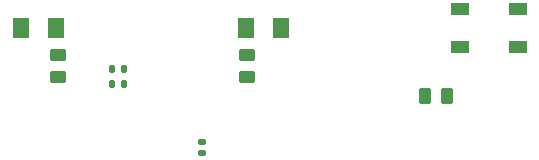
<source format=gbr>
%TF.GenerationSoftware,KiCad,Pcbnew,6.0.6*%
%TF.CreationDate,2022-08-18T10:54:51-04:00*%
%TF.ProjectId,Workeeb,576f726b-6565-4622-9e6b-696361645f70,rev?*%
%TF.SameCoordinates,Original*%
%TF.FileFunction,Paste,Top*%
%TF.FilePolarity,Positive*%
%FSLAX46Y46*%
G04 Gerber Fmt 4.6, Leading zero omitted, Abs format (unit mm)*
G04 Created by KiCad (PCBNEW 6.0.6) date 2022-08-18 10:54:51*
%MOMM*%
%LPD*%
G01*
G04 APERTURE LIST*
G04 Aperture macros list*
%AMRoundRect*
0 Rectangle with rounded corners*
0 $1 Rounding radius*
0 $2 $3 $4 $5 $6 $7 $8 $9 X,Y pos of 4 corners*
0 Add a 4 corners polygon primitive as box body*
4,1,4,$2,$3,$4,$5,$6,$7,$8,$9,$2,$3,0*
0 Add four circle primitives for the rounded corners*
1,1,$1+$1,$2,$3*
1,1,$1+$1,$4,$5*
1,1,$1+$1,$6,$7*
1,1,$1+$1,$8,$9*
0 Add four rect primitives between the rounded corners*
20,1,$1+$1,$2,$3,$4,$5,0*
20,1,$1+$1,$4,$5,$6,$7,0*
20,1,$1+$1,$6,$7,$8,$9,0*
20,1,$1+$1,$8,$9,$2,$3,0*%
G04 Aperture macros list end*
%ADD10RoundRect,0.250000X-0.262500X-0.450000X0.262500X-0.450000X0.262500X0.450000X-0.262500X0.450000X0*%
%ADD11R,1.500000X1.000000*%
%ADD12RoundRect,0.250000X0.450000X-0.262500X0.450000X0.262500X-0.450000X0.262500X-0.450000X-0.262500X0*%
%ADD13RoundRect,0.140000X0.170000X-0.140000X0.170000X0.140000X-0.170000X0.140000X-0.170000X-0.140000X0*%
%ADD14RoundRect,0.250001X-0.462499X-0.624999X0.462499X-0.624999X0.462499X0.624999X-0.462499X0.624999X0*%
%ADD15RoundRect,0.250001X0.462499X0.624999X-0.462499X0.624999X-0.462499X-0.624999X0.462499X-0.624999X0*%
%ADD16RoundRect,0.140000X0.140000X0.170000X-0.140000X0.170000X-0.140000X-0.170000X0.140000X-0.170000X0*%
G04 APERTURE END LIST*
D10*
%TO.C,R_BADGE1*%
X411329500Y-39116000D03*
X413154500Y-39116000D03*
%TD*%
D11*
%TO.C,D101*%
X419168750Y-34937500D03*
X419168750Y-31737500D03*
X414268750Y-31737500D03*
X414268750Y-34937500D03*
%TD*%
D12*
%TO.C,R_CAPS1*%
X396240000Y-37488500D03*
X396240000Y-35663500D03*
%TD*%
D13*
%TO.C,C_RESET1*%
X392430000Y-43914000D03*
X392430000Y-42954000D03*
%TD*%
D14*
%TO.C,D102*%
X377131250Y-33337500D03*
X380106250Y-33337500D03*
%TD*%
D12*
%TO.C,R_NUMLK1*%
X380238000Y-37488500D03*
X380238000Y-35663500D03*
%TD*%
D15*
%TO.C,D103*%
X399156250Y-33337500D03*
X396181250Y-33337500D03*
%TD*%
D16*
%TO.C,C_IOVDD0*%
X385798000Y-36830000D03*
X384838000Y-36830000D03*
%TD*%
%TO.C,C_IOVDD_0*%
X385798000Y-38100000D03*
X384838000Y-38100000D03*
%TD*%
M02*

</source>
